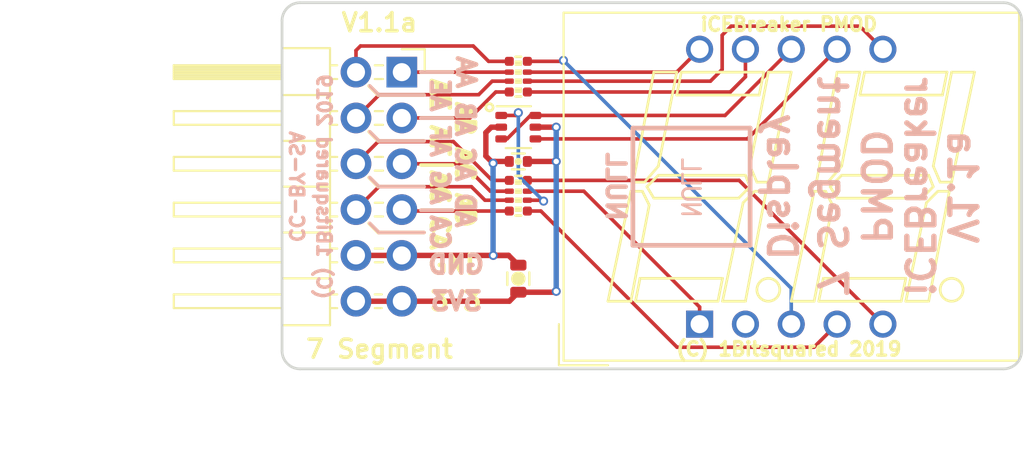
<source format=kicad_pcb>
(kicad_pcb (version 20171130) (host pcbnew 5.1.5-52549c5~86~ubuntu19.10.1)

  (general
    (thickness 1.6)
    (drawings 64)
    (tracks 94)
    (zones 0)
    (modules 8)
    (nets 21)
  )

  (page A4)
  (title_block
    (title "iCEBreaker PMOD - 7 segment display")
    (rev V1.1a)
    (company 1BitSquared)
    (comment 1 "(C) 2019 Piotr Esden-Tempski <piotr@esden.net>")
    (comment 2 "(C) 2019 1BitSquared <info@1bitsquared.com>")
    (comment 3 "License: CC-BY-SA V4.0")
  )

  (layers
    (0 F.Cu signal)
    (31 B.Cu signal)
    (32 B.Adhes user)
    (33 F.Adhes user)
    (34 B.Paste user)
    (35 F.Paste user)
    (36 B.SilkS user)
    (37 F.SilkS user)
    (38 B.Mask user)
    (39 F.Mask user)
    (40 Dwgs.User user)
    (41 Cmts.User user)
    (42 Eco1.User user)
    (43 Eco2.User user)
    (44 Edge.Cuts user)
    (45 Margin user)
    (46 B.CrtYd user)
    (47 F.CrtYd user)
    (48 B.Fab user)
    (49 F.Fab user)
  )

  (setup
    (last_trace_width 0.15)
    (user_trace_width 0.2)
    (user_trace_width 0.25)
    (user_trace_width 0.3)
    (trace_clearance 0.15)
    (zone_clearance 0.15)
    (zone_45_only no)
    (trace_min 0.15)
    (via_size 0.5)
    (via_drill 0.3)
    (via_min_size 0.5)
    (via_min_drill 0.3)
    (uvia_size 0.3)
    (uvia_drill 0.1)
    (uvias_allowed no)
    (uvia_min_size 0.2)
    (uvia_min_drill 0.1)
    (edge_width 0.15)
    (segment_width 0.2)
    (pcb_text_width 0.3)
    (pcb_text_size 1.5 1.5)
    (mod_edge_width 0.15)
    (mod_text_size 1 1)
    (mod_text_width 0.15)
    (pad_size 1.7 1.7)
    (pad_drill 1)
    (pad_to_mask_clearance 0.05)
    (solder_mask_min_width 0.05)
    (aux_axis_origin 30 50.3)
    (grid_origin 34.1 40.2)
    (visible_elements FFFFEF7F)
    (pcbplotparams
      (layerselection 0x010fc_ffffffff)
      (usegerberextensions true)
      (usegerberattributes false)
      (usegerberadvancedattributes false)
      (creategerberjobfile false)
      (excludeedgelayer true)
      (linewidth 0.300000)
      (plotframeref false)
      (viasonmask false)
      (mode 1)
      (useauxorigin false)
      (hpglpennumber 1)
      (hpglpenspeed 20)
      (hpglpendiameter 15.000000)
      (psnegative false)
      (psa4output false)
      (plotreference true)
      (plotvalue true)
      (plotinvisibletext false)
      (padsonsilk false)
      (subtractmaskfromsilk true)
      (outputformat 1)
      (mirror false)
      (drillshape 0)
      (scaleselection 1)
      (outputdirectory "gerber"))
  )

  (net 0 "")
  (net 1 GND)
  (net 2 +3V3)
  (net 3 /AEx)
  (net 4 /ADx)
  (net 5 /ACx)
  (net 6 /AGx)
  (net 7 /ABx)
  (net 8 /AAx)
  (net 9 /AFx)
  (net 10 /CATx)
  (net 11 /AC)
  (net 12 /AG)
  (net 13 /AD)
  (net 14 /CAT)
  (net 15 /AF)
  (net 16 /AB)
  (net 17 /AE)
  (net 18 /AA)
  (net 19 /CAT1)
  (net 20 /CAT2)

  (net_class Default "This is the default net class."
    (clearance 0.15)
    (trace_width 0.15)
    (via_dia 0.5)
    (via_drill 0.3)
    (uvia_dia 0.3)
    (uvia_drill 0.1)
    (add_net +3V3)
    (add_net /AA)
    (add_net /AAx)
    (add_net /AB)
    (add_net /ABx)
    (add_net /AC)
    (add_net /ACx)
    (add_net /AD)
    (add_net /ADx)
    (add_net /AE)
    (add_net /AEx)
    (add_net /AF)
    (add_net /AFx)
    (add_net /AG)
    (add_net /AGx)
    (add_net /CAT)
    (add_net /CAT1)
    (add_net /CAT2)
    (add_net /CATx)
    (add_net GND)
  )

  (module pkl_logos:null_Logo_SilkS_6.5mm (layer B.Cu) (tedit 5E7ED19E) (tstamp 5CAC507A)
    (at 52.7 40.2 90)
    (fp_text reference REF** (at 0 -4.55 90) (layer B.Fab) hide
      (effects (font (size 1 1) (thickness 0.15)) (justify mirror))
    )
    (fp_text value null_Logo_SilkS_6.5mm (at 0 4.55 90) (layer B.Fab) hide
      (effects (font (size 1 1) (thickness 0.15)) (justify mirror))
    )
    (fp_arc (start -0.4 -0.2) (end -0.7 -0.2) (angle 180) (layer B.SilkS) (width 0.15))
    (fp_line (start 1 -0.5) (end 1.5 -0.5) (layer B.SilkS) (width 0.15))
    (fp_line (start 1 0.5) (end 1 -0.5) (layer B.SilkS) (width 0.15))
    (fp_line (start 0.2 -0.5) (end 0.7 -0.5) (layer B.SilkS) (width 0.15))
    (fp_line (start 0.2 0.5) (end 0.2 -0.5) (layer B.SilkS) (width 0.15))
    (fp_line (start -0.1 -0.2) (end -0.1 0.5) (layer B.SilkS) (width 0.15))
    (fp_line (start -0.7 0.5) (end -0.7 -0.2) (layer B.SilkS) (width 0.15))
    (fp_line (start -1 -0.5) (end -1 0.5) (layer B.SilkS) (width 0.15))
    (fp_line (start -1.5 0.5) (end -1 -0.5) (layer B.SilkS) (width 0.15))
    (fp_line (start -1.5 -0.5) (end -1.5 0.5) (layer B.SilkS) (width 0.15))
    (fp_line (start 3.25 3.25) (end -3.25 3.25) (layer B.SilkS) (width 0.26))
    (fp_line (start -3.25 3.25) (end -3.25 -3.25) (layer B.SilkS) (width 0.26))
    (fp_line (start 3.25 3.25) (end 3.25 -3.25) (layer B.SilkS) (width 0.26))
    (fp_line (start -3.25 -3.25) (end 3.25 -3.25) (layer B.SilkS) (width 0.26))
  )

  (module pkl_dipol:R_Array_Convex_4x0402 (layer F.Cu) (tedit 5CD524BB) (tstamp 5CB564D6)
    (at 43.1 34.1 180)
    (descr "Thick Film Chip Resistor Array, Wave soldering, Vishay CRA06P (see cra06p.pdf)")
    (tags "resistor array")
    (path /5BC0E405)
    (solder_mask_margin 0.05)
    (attr smd)
    (fp_text reference R2 (at 0 0 90) (layer F.Fab)
      (effects (font (size 0.75 0.75) (thickness 0.15)))
    )
    (fp_text value 330E (at -1.7 0.1 90) (layer F.Fab)
      (effects (font (size 0.75 0.75) (thickness 0.15)))
    )
    (fp_poly (pts (xy -0.175 0.625) (xy 0.175 0.625) (xy 0.175 0.875) (xy -0.175 0.875)) (layer F.SilkS) (width 0.05))
    (fp_poly (pts (xy -0.175 0.125) (xy 0.175 0.125) (xy 0.175 0.375) (xy -0.175 0.375)) (layer F.SilkS) (width 0.05))
    (fp_poly (pts (xy -0.175 -0.875) (xy 0.175 -0.875) (xy 0.175 -0.625) (xy -0.175 -0.625)) (layer F.SilkS) (width 0.05))
    (fp_poly (pts (xy -0.175 -0.375) (xy 0.175 -0.375) (xy 0.175 -0.125) (xy -0.175 -0.125)) (layer F.SilkS) (width 0.05))
    (fp_line (start 0.15 -1.1) (end -0.15 -1.1) (layer F.SilkS) (width 0.15))
    (fp_line (start 0.15 1.1) (end -0.15 1.1) (layer F.SilkS) (width 0.15))
    (fp_line (start 1 -1.35) (end 1 1.35) (layer F.CrtYd) (width 0.05))
    (fp_line (start -1 -1.35) (end -1 1.35) (layer F.CrtYd) (width 0.05))
    (fp_line (start -1 1.35) (end 1 1.35) (layer F.CrtYd) (width 0.05))
    (fp_line (start -1 -1.35) (end 1 -1.35) (layer F.CrtYd) (width 0.05))
    (pad 8 smd roundrect (at 0.5 0.85 180) (size 0.5 0.5) (layers F.Cu F.Paste F.Mask) (roundrect_rratio 0.25)
      (net 17 /AE))
    (pad 6 smd roundrect (at 0.5 0.25 180) (size 0.5 0.3) (layers F.Cu F.Paste F.Mask) (roundrect_rratio 0.25)
      (net 18 /AA))
    (pad 4 smd roundrect (at 0.5 -0.25 180) (size 0.5 0.3) (layers F.Cu F.Paste F.Mask) (roundrect_rratio 0.25)
      (net 15 /AF))
    (pad 2 smd roundrect (at 0.5 -0.85 180) (size 0.5 0.5) (layers F.Cu F.Paste F.Mask) (roundrect_rratio 0.25)
      (net 16 /AB))
    (pad 7 smd roundrect (at -0.5 0.85 180) (size 0.5 0.5) (layers F.Cu F.Paste F.Mask) (roundrect_rratio 0.25)
      (net 3 /AEx))
    (pad 1 smd roundrect (at -0.5 -0.85 180) (size 0.5 0.5) (layers F.Cu F.Paste F.Mask) (roundrect_rratio 0.25)
      (net 7 /ABx))
    (pad 5 smd roundrect (at -0.5 0.25 180) (size 0.5 0.3) (layers F.Cu F.Paste F.Mask) (roundrect_rratio 0.25)
      (net 8 /AAx))
    (pad 3 smd roundrect (at -0.5 -0.25 180) (size 0.5 0.3) (layers F.Cu F.Paste F.Mask) (roundrect_rratio 0.25)
      (net 9 /AFx))
    (model ${KISYS3DMOD}/Resistor_SMD.3dshapes/R_Array_Convex_4x0402.step
      (at (xyz 0 0 0))
      (scale (xyz 1 1 1))
      (rotate (xyz 0 0 0))
    )
  )

  (module pkl_dipol:R_Array_Convex_4x0402 (layer F.Cu) (tedit 5CD524A1) (tstamp 5CAC482E)
    (at 43.1 40.7 180)
    (descr "Thick Film Chip Resistor Array, Wave soldering, Vishay CRA06P (see cra06p.pdf)")
    (tags "resistor array")
    (path /5BC0FB64)
    (solder_mask_margin 0.05)
    (attr smd)
    (fp_text reference R1 (at 0 0 90) (layer F.Fab)
      (effects (font (size 0.75 0.75) (thickness 0.15)))
    )
    (fp_text value 330E (at -1.6 0 90) (layer F.Fab)
      (effects (font (size 0.75 0.75) (thickness 0.15)))
    )
    (fp_line (start -1 -1.35) (end 1 -1.35) (layer F.CrtYd) (width 0.05))
    (fp_line (start -1 1.35) (end 1 1.35) (layer F.CrtYd) (width 0.05))
    (fp_line (start -1 -1.35) (end -1 1.35) (layer F.CrtYd) (width 0.05))
    (fp_line (start 1 -1.35) (end 1 1.35) (layer F.CrtYd) (width 0.05))
    (fp_line (start 0.15 1.1) (end -0.15 1.1) (layer F.SilkS) (width 0.15))
    (fp_line (start 0.15 -1.1) (end -0.15 -1.1) (layer F.SilkS) (width 0.15))
    (fp_poly (pts (xy -0.175 -0.375) (xy 0.175 -0.375) (xy 0.175 -0.125) (xy -0.175 -0.125)) (layer F.SilkS) (width 0.05))
    (fp_poly (pts (xy -0.175 -0.875) (xy 0.175 -0.875) (xy 0.175 -0.625) (xy -0.175 -0.625)) (layer F.SilkS) (width 0.05))
    (fp_poly (pts (xy -0.175 0.125) (xy 0.175 0.125) (xy 0.175 0.375) (xy -0.175 0.375)) (layer F.SilkS) (width 0.05))
    (fp_poly (pts (xy -0.175 0.625) (xy 0.175 0.625) (xy 0.175 0.875) (xy -0.175 0.875)) (layer F.SilkS) (width 0.05))
    (pad 3 smd roundrect (at -0.5 -0.25 180) (size 0.5 0.3) (layers F.Cu F.Paste F.Mask) (roundrect_rratio 0.25)
      (net 10 /CATx))
    (pad 5 smd roundrect (at -0.5 0.25 180) (size 0.5 0.3) (layers F.Cu F.Paste F.Mask) (roundrect_rratio 0.25)
      (net 5 /ACx))
    (pad 1 smd roundrect (at -0.5 -0.85 180) (size 0.5 0.5) (layers F.Cu F.Paste F.Mask) (roundrect_rratio 0.25)
      (net 4 /ADx))
    (pad 7 smd roundrect (at -0.5 0.85 180) (size 0.5 0.5) (layers F.Cu F.Paste F.Mask) (roundrect_rratio 0.25)
      (net 6 /AGx))
    (pad 2 smd roundrect (at 0.5 -0.85 180) (size 0.5 0.5) (layers F.Cu F.Paste F.Mask) (roundrect_rratio 0.25)
      (net 13 /AD))
    (pad 4 smd roundrect (at 0.5 -0.25 180) (size 0.5 0.3) (layers F.Cu F.Paste F.Mask) (roundrect_rratio 0.25)
      (net 14 /CAT))
    (pad 6 smd roundrect (at 0.5 0.25 180) (size 0.5 0.3) (layers F.Cu F.Paste F.Mask) (roundrect_rratio 0.25)
      (net 11 /AC))
    (pad 8 smd roundrect (at 0.5 0.85 180) (size 0.5 0.5) (layers F.Cu F.Paste F.Mask) (roundrect_rratio 0.25)
      (net 12 /AG))
    (model ${KISYS3DMOD}/Resistor_SMD.3dshapes/R_Array_Convex_4x0402.step
      (at (xyz 0 0 0))
      (scale (xyz 1 1 1))
      (rotate (xyz 0 0 0))
    )
  )

  (module Package_TO_SOT_SMD:SOT-363_SC-70-6 (layer F.Cu) (tedit 5CAC43CD) (tstamp 5CAC4EBA)
    (at 43.1 36.9)
    (descr "SOT-363, SC-70-6")
    (tags "SOT-363 SC-70-6")
    (path /5BBFC7DD)
    (attr smd)
    (fp_text reference U2 (at 0 0.1 90) (layer F.Fab)
      (effects (font (size 0.75 0.75) (thickness 0.15)))
    )
    (fp_text value NL27WZ14 (at 4.5 0 180) (layer F.Fab)
      (effects (font (size 0.75 0.75) (thickness 0.15)))
    )
    (fp_line (start 0.7 -1.16) (end -1.2 -1.16) (layer F.SilkS) (width 0.12))
    (fp_line (start -0.7 1.16) (end 0.7 1.16) (layer F.SilkS) (width 0.12))
    (fp_line (start 1.6 1.4) (end 1.6 -1.4) (layer F.CrtYd) (width 0.05))
    (fp_line (start -1.6 -1.4) (end -1.6 1.4) (layer F.CrtYd) (width 0.05))
    (fp_line (start -1.6 -1.4) (end 1.6 -1.4) (layer F.CrtYd) (width 0.05))
    (fp_line (start 0.675 -1.1) (end -0.175 -1.1) (layer F.Fab) (width 0.1))
    (fp_line (start -0.675 -0.6) (end -0.675 1.1) (layer F.Fab) (width 0.1))
    (fp_line (start -1.6 1.4) (end 1.6 1.4) (layer F.CrtYd) (width 0.05))
    (fp_line (start 0.675 -1.1) (end 0.675 1.1) (layer F.Fab) (width 0.1))
    (fp_line (start 0.675 1.1) (end -0.675 1.1) (layer F.Fab) (width 0.1))
    (fp_line (start -0.175 -1.1) (end -0.675 -0.6) (layer F.Fab) (width 0.1))
    (pad 1 smd roundrect (at -0.95 -0.65) (size 0.65 0.4) (layers F.Cu F.Paste F.Mask) (roundrect_rratio 0.25)
      (net 10 /CATx))
    (pad 3 smd roundrect (at -0.95 0.65) (size 0.65 0.4) (layers F.Cu F.Paste F.Mask) (roundrect_rratio 0.25)
      (net 19 /CAT1))
    (pad 5 smd roundrect (at 0.95 0) (size 0.65 0.4) (layers F.Cu F.Paste F.Mask) (roundrect_rratio 0.25)
      (net 2 +3V3))
    (pad 2 smd roundrect (at -0.95 0) (size 0.65 0.4) (layers F.Cu F.Paste F.Mask) (roundrect_rratio 0.25)
      (net 1 GND))
    (pad 4 smd roundrect (at 0.95 0.65) (size 0.65 0.4) (layers F.Cu F.Paste F.Mask) (roundrect_rratio 0.25)
      (net 20 /CAT2))
    (pad 6 smd roundrect (at 0.95 -0.65) (size 0.65 0.4) (layers F.Cu F.Paste F.Mask) (roundrect_rratio 0.25)
      (net 19 /CAT1))
    (model ${KISYS3DMOD}/Package_TO_SOT_SMD.3dshapes/SOT-363_SC-70-6.wrl
      (at (xyz 0 0 0))
      (scale (xyz 1 1 1))
      (rotate (xyz 0 0 0))
    )
  )

  (module pkl_led:SN450561N (layer F.Cu) (tedit 5CABE4AF) (tstamp 5CAC4F9F)
    (at 53.15 47.82 90)
    (tags "Double digit seven segment LED display")
    (path /5CAC1641)
    (fp_text reference U1 (at 7.62 4.95 180) (layer F.Fab)
      (effects (font (size 2 2) (thickness 0.5)))
    )
    (fp_text value SN450561N (at 5.52 5.05 180) (layer F.Fab)
      (effects (font (size 1 1) (thickness 0.15)))
    )
    (fp_line (start 1.27 11.176) (end 1.27 6.604) (layer F.SilkS) (width 0.15))
    (fp_line (start 7.874 6.477) (end 13.97 7.62) (layer F.SilkS) (width 0.15))
    (fp_line (start 13.97 15.24) (end 7.874 13.97) (layer F.SilkS) (width 0.15))
    (fp_line (start 13.97 7.62) (end 13.97 8.89) (layer F.SilkS) (width 0.15))
    (fp_line (start 2.54 11.43) (end 1.27 11.176) (layer F.SilkS) (width 0.15))
    (fp_line (start 8.763 12.954) (end 13.97 13.97) (layer F.SilkS) (width 0.15))
    (fp_line (start 7.874 13.97) (end 7.874 13.335) (layer F.SilkS) (width 0.15))
    (fp_line (start 12.7 13.462) (end 12.7 8.89) (layer F.SilkS) (width 0.15))
    (fp_line (start 7.62 12.954) (end 8.255 12.7) (layer F.SilkS) (width 0.15))
    (fp_line (start 1.27 6.604) (end 2.54 6.858) (layer F.SilkS) (width 0.15))
    (fp_line (start 6.985 7.62) (end 7.62 7.239) (layer F.SilkS) (width 0.15))
    (fp_line (start 13.97 8.89) (end 8.763 7.874) (layer F.SilkS) (width 0.15))
    (fp_line (start 7.366 13.208) (end 6.731 12.573) (layer F.SilkS) (width 0.15))
    (fp_line (start 7.366 6.985) (end 6.604 7.366) (layer F.SilkS) (width 0.15))
    (fp_line (start 7.366 6.35) (end 7.366 6.985) (layer F.SilkS) (width 0.15))
    (fp_line (start 1.27 11.43) (end 6.731 12.573) (layer F.SilkS) (width 0.15))
    (fp_line (start 7.62 12.954) (end 6.985 12.319) (layer F.SilkS) (width 0.15))
    (fp_line (start 7.874 7.112) (end 8.763 7.874) (layer F.SilkS) (width 0.15))
    (fp_line (start 2.54 6.858) (end 2.54 11.43) (layer F.SilkS) (width 0.15))
    (fp_line (start 7.874 13.335) (end 8.763 12.954) (layer F.SilkS) (width 0.15))
    (fp_line (start 13.97 9.144) (end 13.97 13.716) (layer F.SilkS) (width 0.15))
    (fp_line (start 7.874 6.477) (end 7.874 7.112) (layer F.SilkS) (width 0.15))
    (fp_line (start 13.97 13.97) (end 13.97 15.24) (layer F.SilkS) (width 0.15))
    (fp_line (start 12.7 8.89) (end 13.97 9.144) (layer F.SilkS) (width 0.15))
    (fp_line (start 7.366 13.843) (end 7.366 13.208) (layer F.SilkS) (width 0.15))
    (fp_line (start 7.62 7.239) (end 8.255 7.874) (layer F.SilkS) (width 0.15))
    (fp_line (start 6.604 7.366) (end 1.27 6.35) (layer F.SilkS) (width 0.15))
    (fp_line (start 1.27 6.35) (end 1.27 5.08) (layer F.SilkS) (width 0.15))
    (fp_line (start 13.97 13.716) (end 12.7 13.462) (layer F.SilkS) (width 0.15))
    (fp_line (start 6.985 12.319) (end 6.985 7.62) (layer F.SilkS) (width 0.15))
    (fp_line (start 1.27 5.08) (end 7.366 6.35) (layer F.SilkS) (width 0.15))
    (fp_line (start 7.366 13.843) (end 1.27 12.7) (layer F.SilkS) (width 0.15))
    (fp_line (start 1.27 12.7) (end 1.27 11.43) (layer F.SilkS) (width 0.15))
    (fp_line (start 8.255 7.874) (end 8.255 12.7) (layer F.SilkS) (width 0.15))
    (fp_circle (center 1.905 13.97) (end 2.54 13.97) (layer F.SilkS) (width 0.15))
    (fp_circle (center 1.905 3.81) (end 2.54 3.81) (layer F.SilkS) (width 0.15))
    (fp_line (start 7.62 2.794) (end 8.255 2.54) (layer F.SilkS) (width 0.15))
    (fp_line (start 7.366 3.048) (end 6.731 2.413) (layer F.SilkS) (width 0.15))
    (fp_line (start 7.366 3.683) (end 7.366 3.048) (layer F.SilkS) (width 0.15))
    (fp_line (start 7.874 3.175) (end 8.763 2.794) (layer F.SilkS) (width 0.15))
    (fp_line (start 7.874 3.81) (end 7.874 3.175) (layer F.SilkS) (width 0.15))
    (fp_line (start 6.985 -2.54) (end 7.62 -2.921) (layer F.SilkS) (width 0.15))
    (fp_line (start 7.366 -3.175) (end 6.604 -2.794) (layer F.SilkS) (width 0.15))
    (fp_line (start 7.366 -3.81) (end 7.366 -3.175) (layer F.SilkS) (width 0.15))
    (fp_line (start 7.874 -3.048) (end 8.763 -2.286) (layer F.SilkS) (width 0.15))
    (fp_line (start 7.874 -3.683) (end 7.874 -3.048) (layer F.SilkS) (width 0.15))
    (fp_line (start 6.985 2.159) (end 6.985 -2.54) (layer F.SilkS) (width 0.15))
    (fp_line (start 7.62 2.794) (end 6.985 2.159) (layer F.SilkS) (width 0.15))
    (fp_line (start 8.255 -2.286) (end 8.255 2.54) (layer F.SilkS) (width 0.15))
    (fp_line (start 7.62 -2.921) (end 8.255 -2.286) (layer F.SilkS) (width 0.15))
    (fp_line (start 12.7 3.302) (end 12.7 -1.27) (layer F.SilkS) (width 0.15))
    (fp_line (start 13.97 3.556) (end 12.7 3.302) (layer F.SilkS) (width 0.15))
    (fp_line (start 13.97 -1.016) (end 13.97 3.556) (layer F.SilkS) (width 0.15))
    (fp_line (start 12.7 -1.27) (end 13.97 -1.016) (layer F.SilkS) (width 0.15))
    (fp_line (start 1.27 1.016) (end 1.27 -3.556) (layer F.SilkS) (width 0.15))
    (fp_line (start 2.54 1.27) (end 1.27 1.016) (layer F.SilkS) (width 0.15))
    (fp_line (start 2.54 -3.302) (end 2.54 1.27) (layer F.SilkS) (width 0.15))
    (fp_line (start 1.27 -3.556) (end 2.54 -3.302) (layer F.SilkS) (width 0.15))
    (fp_line (start 13.97 3.81) (end 13.97 5.08) (layer F.SilkS) (width 0.15))
    (fp_line (start 8.763 2.794) (end 13.97 3.81) (layer F.SilkS) (width 0.15))
    (fp_line (start 1.27 1.27) (end 6.731 2.413) (layer F.SilkS) (width 0.15))
    (fp_line (start 1.27 2.54) (end 1.27 1.27) (layer F.SilkS) (width 0.15))
    (fp_line (start 7.366 3.683) (end 1.27 2.54) (layer F.SilkS) (width 0.15))
    (fp_line (start 13.97 5.08) (end 7.874 3.81) (layer F.SilkS) (width 0.15))
    (fp_line (start 1.27 -3.81) (end 1.27 -5.08) (layer F.SilkS) (width 0.15))
    (fp_line (start 6.604 -2.794) (end 1.27 -3.81) (layer F.SilkS) (width 0.15))
    (fp_line (start 13.97 -1.27) (end 8.763 -2.286) (layer F.SilkS) (width 0.15))
    (fp_line (start 13.97 -2.54) (end 13.97 -1.27) (layer F.SilkS) (width 0.15))
    (fp_line (start 7.874 -3.683) (end 13.97 -2.54) (layer F.SilkS) (width 0.15))
    (fp_line (start 1.27 -5.08) (end 7.366 -3.81) (layer F.SilkS) (width 0.15))
    (fp_line (start -1.905 17.58) (end -1.905 -6.42) (layer F.Fab) (width 0.1))
    (fp_line (start 17.145 17.58) (end -1.905 17.58) (layer F.Fab) (width 0.1))
    (fp_line (start 17.145 -7.42) (end 17.145 17.58) (layer F.Fab) (width 0.1))
    (fp_line (start -0.905 -7.42) (end 17.145 -7.42) (layer F.Fab) (width 0.1))
    (fp_line (start -2.025 17.71) (end -2.025 -7.54) (layer F.SilkS) (width 0.12))
    (fp_line (start 17.265 17.71) (end -2.025 17.71) (layer F.SilkS) (width 0.12))
    (fp_line (start 17.265 -7.54) (end 17.265 17.71) (layer F.SilkS) (width 0.12))
    (fp_line (start -2.025 -7.54) (end 17.265 -7.54) (layer F.SilkS) (width 0.12))
    (fp_line (start -1.905 -6.42) (end -0.905 -7.42) (layer F.Fab) (width 0.1))
    (fp_line (start -2.16 17.84) (end -2.16 -7.67) (layer F.CrtYd) (width 0.05))
    (fp_line (start 17.39 17.84) (end -2.16 17.84) (layer F.CrtYd) (width 0.05))
    (fp_line (start 17.39 -7.67) (end 17.39 17.84) (layer F.CrtYd) (width 0.05))
    (fp_line (start -2.16 -7.67) (end 17.39 -7.67) (layer F.CrtYd) (width 0.05))
    (fp_line (start -2.28 -7.79) (end -2.28 -5.08) (layer F.SilkS) (width 0.12))
    (fp_line (start -2.28 -7.8) (end 0 -7.8) (layer F.SilkS) (width 0.12))
    (pad 10 thru_hole circle (at 15.24 0 90) (size 1.5 1.5) (drill 1) (layers *.Cu *.Mask)
      (net 8 /AAx))
    (pad 9 thru_hole circle (at 15.24 2.54 90) (size 1.5 1.5) (drill 1) (layers *.Cu *.Mask)
      (net 7 /ABx))
    (pad 8 thru_hole circle (at 15.24 5.08 90) (size 1.5 1.5) (drill 1) (layers *.Cu *.Mask)
      (net 19 /CAT1))
    (pad 7 thru_hole circle (at 15.24 7.62 90) (size 1.5 1.5) (drill 1) (layers *.Cu *.Mask)
      (net 20 /CAT2))
    (pad 6 thru_hole circle (at 15.24 10.16 90) (size 1.5 1.5) (drill 1) (layers *.Cu *.Mask)
      (net 9 /AFx))
    (pad 5 thru_hole circle (at 0 10.16 90) (size 1.5 1.5) (drill 1) (layers *.Cu *.Mask)
      (net 6 /AGx))
    (pad 4 thru_hole circle (at 0 7.62 90) (size 1.5 1.5) (drill 1) (layers *.Cu *.Mask)
      (net 4 /ADx))
    (pad 3 thru_hole circle (at 0 5.08 90) (size 1.5 1.5) (drill 1) (layers *.Cu *.Mask)
      (net 3 /AEx))
    (pad 2 thru_hole circle (at 0 2.54 90) (size 1.5 1.5) (drill 1) (layers *.Cu *.Mask))
    (pad 1 thru_hole rect (at 0 0 90) (size 1.5 1.5) (drill 1) (layers *.Cu *.Mask)
      (net 5 /ACx))
    (model ${KISYS3DMOD}/Display_7Segment.3dshapes/DA56-11SEKWA.wrl
      (at (xyz 0 0 0))
      (scale (xyz 1 1 1))
      (rotate (xyz 0 0 0))
    )
  )

  (module pkl_dipol:C_0402 (layer F.Cu) (tedit 5B8B5916) (tstamp 5BCA895C)
    (at 43.1 38.8 180)
    (descr "Capacitor SMD 0402, reflow soldering")
    (tags "capacitor 0402")
    (path /5BC206C0)
    (attr smd)
    (fp_text reference C2 (at 0 0 180) (layer F.Fab)
      (effects (font (size 0.635 0.635) (thickness 0.1)))
    )
    (fp_text value 100n (at 2.4 0.1 180) (layer F.Fab)
      (effects (font (size 0.635 0.635) (thickness 0.1)))
    )
    (fp_circle (center 0 0) (end 0.1 0) (layer F.SilkS) (width 0.2))
    (fp_line (start -0.95 -0.5) (end 0.95 -0.5) (layer F.CrtYd) (width 0.05))
    (fp_line (start -0.95 0.5) (end 0.95 0.5) (layer F.CrtYd) (width 0.05))
    (fp_line (start -0.95 -0.5) (end -0.95 0.5) (layer F.CrtYd) (width 0.05))
    (fp_line (start 0.95 -0.5) (end 0.95 0.5) (layer F.CrtYd) (width 0.05))
    (fp_line (start -0.35 -0.44) (end 0.35 -0.44) (layer F.SilkS) (width 0.13))
    (fp_line (start 0.35 0.44) (end -0.35 0.44) (layer F.SilkS) (width 0.13))
    (pad 1 smd roundrect (at -0.5 0 180) (size 0.5 0.6) (layers F.Cu F.Paste F.Mask) (roundrect_rratio 0.25)
      (net 2 +3V3))
    (pad 2 smd roundrect (at 0.5 0 180) (size 0.5 0.6) (layers F.Cu F.Paste F.Mask) (roundrect_rratio 0.25)
      (net 1 GND))
    (model ${KISYS3DMOD}/Capacitor_SMD.3dshapes/C_0402_1005Metric.step
      (at (xyz 0 0 0))
      (scale (xyz 1 1 1))
      (rotate (xyz 0 0 0))
    )
  )

  (module pkl_dipol:C_0603 (layer F.Cu) (tedit 5B8B5957) (tstamp 5BCA718C)
    (at 43.1 45.3 90)
    (descr "Capacitor SMD 0603, reflow soldering")
    (tags "capacitor 0603")
    (path /5ADF32E3)
    (attr smd)
    (fp_text reference C1 (at 0 0 90) (layer F.Fab)
      (effects (font (size 0.635 0.635) (thickness 0.1)))
    )
    (fp_text value 10u (at 0 1.2 90) (layer F.Fab)
      (effects (font (size 0.635 0.635) (thickness 0.1)))
    )
    (fp_circle (center 0 0) (end 0.2 0) (layer F.SilkS) (width 0.4))
    (fp_line (start -1.175 -0.725) (end 1.175 -0.725) (layer F.CrtYd) (width 0.05))
    (fp_line (start -1.175 0.725) (end 1.175 0.725) (layer F.CrtYd) (width 0.05))
    (fp_line (start -1.175 -0.725) (end -1.175 0.725) (layer F.CrtYd) (width 0.05))
    (fp_line (start 1.175 -0.725) (end 1.175 0.725) (layer F.CrtYd) (width 0.05))
    (fp_line (start -0.35 -0.61) (end 0.35 -0.61) (layer F.SilkS) (width 0.13))
    (fp_line (start 0.35 0.61) (end -0.35 0.61) (layer F.SilkS) (width 0.13))
    (pad 1 smd roundrect (at -0.75 0 90) (size 0.6 0.9) (layers F.Cu F.Paste F.Mask) (roundrect_rratio 0.25)
      (net 2 +3V3))
    (pad 2 smd roundrect (at 0.75 0 90) (size 0.6 0.9) (layers F.Cu F.Paste F.Mask) (roundrect_rratio 0.25)
      (net 1 GND))
    (model ${KISYS3DMOD}/Capacitor_SMD.3dshapes/C_0603_1608Metric.step
      (at (xyz 0 0 0))
      (scale (xyz 1 1 1))
      (rotate (xyz 0 0 0))
    )
  )

  (module pkl_connectors:PMODHeader_2x06_P2.54mm_Horizontal (layer F.Cu) (tedit 5AECF65A) (tstamp 5AEDD631)
    (at 36.64 46.55 180)
    (descr "Through hole angled pin header, 2x06, 2.54mm pitch, 6mm pin length, double rows")
    (tags "Through hole angled pin header THT 2x06 2.54mm double row")
    (path /5ADECDD2)
    (fp_text reference J1 (at 5.14 2.05 270) (layer F.Fab)
      (effects (font (size 1 1) (thickness 0.15)))
    )
    (fp_text value PMOD (at 5.14 6.35 270) (layer F.Fab)
      (effects (font (size 1 1) (thickness 0.15)))
    )
    (fp_line (start 4.064 -1.27) (end 6.58 -1.27) (layer F.Fab) (width 0.1))
    (fp_line (start 6.58 -1.27) (end 6.58 13.97) (layer F.Fab) (width 0.1))
    (fp_line (start 6.58 13.97) (end 4.699 13.97) (layer F.Fab) (width 0.1))
    (fp_line (start 4.064 13.335) (end 4.064 -1.27) (layer F.Fab) (width 0.1))
    (fp_line (start 4.04 13.335) (end 4.675 13.97) (layer F.Fab) (width 0.1))
    (fp_line (start -0.32 -0.32) (end 4.04 -0.32) (layer F.Fab) (width 0.1))
    (fp_line (start -0.32 -0.32) (end -0.32 0.32) (layer F.Fab) (width 0.1))
    (fp_line (start -0.32 0.32) (end 4.04 0.32) (layer F.Fab) (width 0.1))
    (fp_line (start 6.58 -0.32) (end 12.58 -0.32) (layer F.Fab) (width 0.1))
    (fp_line (start 12.58 -0.32) (end 12.58 0.32) (layer F.Fab) (width 0.1))
    (fp_line (start 6.58 0.32) (end 12.58 0.32) (layer F.Fab) (width 0.1))
    (fp_line (start -0.32 2.22) (end 4.04 2.22) (layer F.Fab) (width 0.1))
    (fp_line (start -0.32 2.22) (end -0.32 2.86) (layer F.Fab) (width 0.1))
    (fp_line (start -0.32 2.86) (end 4.04 2.86) (layer F.Fab) (width 0.1))
    (fp_line (start 6.58 2.22) (end 12.58 2.22) (layer F.Fab) (width 0.1))
    (fp_line (start 12.58 2.22) (end 12.58 2.86) (layer F.Fab) (width 0.1))
    (fp_line (start 6.58 2.86) (end 12.58 2.86) (layer F.Fab) (width 0.1))
    (fp_line (start -0.32 4.76) (end 4.04 4.76) (layer F.Fab) (width 0.1))
    (fp_line (start -0.32 4.76) (end -0.32 5.4) (layer F.Fab) (width 0.1))
    (fp_line (start -0.32 5.4) (end 4.04 5.4) (layer F.Fab) (width 0.1))
    (fp_line (start 6.58 4.76) (end 12.58 4.76) (layer F.Fab) (width 0.1))
    (fp_line (start 12.58 4.76) (end 12.58 5.4) (layer F.Fab) (width 0.1))
    (fp_line (start 6.58 5.4) (end 12.58 5.4) (layer F.Fab) (width 0.1))
    (fp_line (start -0.32 7.3) (end 4.04 7.3) (layer F.Fab) (width 0.1))
    (fp_line (start -0.32 7.3) (end -0.32 7.94) (layer F.Fab) (width 0.1))
    (fp_line (start -0.32 7.94) (end 4.04 7.94) (layer F.Fab) (width 0.1))
    (fp_line (start 6.58 7.3) (end 12.58 7.3) (layer F.Fab) (width 0.1))
    (fp_line (start 12.58 7.3) (end 12.58 7.94) (layer F.Fab) (width 0.1))
    (fp_line (start 6.58 7.94) (end 12.58 7.94) (layer F.Fab) (width 0.1))
    (fp_line (start -0.32 9.84) (end 4.04 9.84) (layer F.Fab) (width 0.1))
    (fp_line (start -0.32 9.84) (end -0.32 10.48) (layer F.Fab) (width 0.1))
    (fp_line (start -0.32 10.48) (end 4.04 10.48) (layer F.Fab) (width 0.1))
    (fp_line (start 6.58 9.84) (end 12.58 9.84) (layer F.Fab) (width 0.1))
    (fp_line (start 12.58 9.84) (end 12.58 10.48) (layer F.Fab) (width 0.1))
    (fp_line (start 6.58 10.48) (end 12.58 10.48) (layer F.Fab) (width 0.1))
    (fp_line (start -0.32 12.38) (end 4.04 12.38) (layer F.Fab) (width 0.1))
    (fp_line (start -0.32 12.38) (end -0.32 13.02) (layer F.Fab) (width 0.1))
    (fp_line (start -0.32 13.02) (end 4.04 13.02) (layer F.Fab) (width 0.1))
    (fp_line (start 6.58 12.38) (end 12.58 12.38) (layer F.Fab) (width 0.1))
    (fp_line (start 12.58 12.38) (end 12.58 13.02) (layer F.Fab) (width 0.1))
    (fp_line (start 6.58 13.02) (end 12.58 13.02) (layer F.Fab) (width 0.1))
    (fp_line (start 3.98 -1.33) (end 3.98 14.03) (layer F.SilkS) (width 0.12))
    (fp_line (start 3.98 14.03) (end 6.64 14.03) (layer F.SilkS) (width 0.12))
    (fp_line (start 6.64 14.03) (end 6.64 -1.33) (layer F.SilkS) (width 0.12))
    (fp_line (start 6.64 -1.33) (end 3.98 -1.33) (layer F.SilkS) (width 0.12))
    (fp_line (start 6.64 -0.38) (end 12.64 -0.38) (layer F.SilkS) (width 0.12))
    (fp_line (start 12.64 -0.38) (end 12.64 0.38) (layer F.SilkS) (width 0.12))
    (fp_line (start 12.64 0.38) (end 6.64 0.38) (layer F.SilkS) (width 0.12))
    (fp_line (start 6.64 12.38) (end 12.64 12.38) (layer F.SilkS) (width 0.12))
    (fp_line (start 6.64 12.5) (end 12.64 12.5) (layer F.SilkS) (width 0.12))
    (fp_line (start 6.64 12.62) (end 12.64 12.62) (layer F.SilkS) (width 0.12))
    (fp_line (start 6.64 12.74) (end 12.64 12.74) (layer F.SilkS) (width 0.12))
    (fp_line (start 6.64 12.86) (end 12.64 12.86) (layer F.SilkS) (width 0.12))
    (fp_line (start 6.64 12.98) (end 12.64 12.98) (layer F.SilkS) (width 0.12))
    (fp_line (start 3.582929 -0.38) (end 3.98 -0.38) (layer F.SilkS) (width 0.12))
    (fp_line (start 3.582929 0.38) (end 3.98 0.38) (layer F.SilkS) (width 0.12))
    (fp_line (start 1.11 -0.38) (end 1.497071 -0.38) (layer F.SilkS) (width 0.12))
    (fp_line (start 1.11 0.38) (end 1.497071 0.38) (layer F.SilkS) (width 0.12))
    (fp_line (start 3.98 1.27) (end 6.64 1.27) (layer F.SilkS) (width 0.12))
    (fp_line (start 6.64 2.16) (end 12.64 2.16) (layer F.SilkS) (width 0.12))
    (fp_line (start 12.64 2.16) (end 12.64 2.92) (layer F.SilkS) (width 0.12))
    (fp_line (start 12.64 2.92) (end 6.64 2.92) (layer F.SilkS) (width 0.12))
    (fp_line (start 3.582929 2.16) (end 3.98 2.16) (layer F.SilkS) (width 0.12))
    (fp_line (start 3.582929 2.92) (end 3.98 2.92) (layer F.SilkS) (width 0.12))
    (fp_line (start 1.042929 2.16) (end 1.497071 2.16) (layer F.SilkS) (width 0.12))
    (fp_line (start 1.042929 2.92) (end 1.497071 2.92) (layer F.SilkS) (width 0.12))
    (fp_line (start 3.98 3.81) (end 6.64 3.81) (layer F.SilkS) (width 0.12))
    (fp_line (start 6.64 4.7) (end 12.64 4.7) (layer F.SilkS) (width 0.12))
    (fp_line (start 12.64 4.7) (end 12.64 5.46) (layer F.SilkS) (width 0.12))
    (fp_line (start 12.64 5.46) (end 6.64 5.46) (layer F.SilkS) (width 0.12))
    (fp_line (start 3.582929 4.7) (end 3.98 4.7) (layer F.SilkS) (width 0.12))
    (fp_line (start 3.582929 5.46) (end 3.98 5.46) (layer F.SilkS) (width 0.12))
    (fp_line (start 1.042929 4.7) (end 1.497071 4.7) (layer F.SilkS) (width 0.12))
    (fp_line (start 1.042929 5.46) (end 1.497071 5.46) (layer F.SilkS) (width 0.12))
    (fp_line (start 3.98 6.35) (end 6.64 6.35) (layer F.SilkS) (width 0.12))
    (fp_line (start 6.64 7.24) (end 12.64 7.24) (layer F.SilkS) (width 0.12))
    (fp_line (start 12.64 7.24) (end 12.64 8) (layer F.SilkS) (width 0.12))
    (fp_line (start 12.64 8) (end 6.64 8) (layer F.SilkS) (width 0.12))
    (fp_line (start 3.582929 7.24) (end 3.98 7.24) (layer F.SilkS) (width 0.12))
    (fp_line (start 3.582929 8) (end 3.98 8) (layer F.SilkS) (width 0.12))
    (fp_line (start 1.042929 7.24) (end 1.497071 7.24) (layer F.SilkS) (width 0.12))
    (fp_line (start 1.042929 8) (end 1.497071 8) (layer F.SilkS) (width 0.12))
    (fp_line (start 3.98 8.89) (end 6.64 8.89) (layer F.SilkS) (width 0.12))
    (fp_line (start 6.64 9.78) (end 12.64 9.78) (layer F.SilkS) (width 0.12))
    (fp_line (start 12.64 9.78) (end 12.64 10.54) (layer F.SilkS) (width 0.12))
    (fp_line (start 12.64 10.54) (end 6.64 10.54) (layer F.SilkS) (width 0.12))
    (fp_line (start 3.582929 9.78) (end 3.98 9.78) (layer F.SilkS) (width 0.12))
    (fp_line (start 3.582929 10.54) (end 3.98 10.54) (layer F.SilkS) (width 0.12))
    (fp_line (start 1.042929 9.78) (end 1.497071 9.78) (layer F.SilkS) (width 0.12))
    (fp_line (start 1.042929 10.54) (end 1.497071 10.54) (layer F.SilkS) (width 0.12))
    (fp_line (start 3.98 11.43) (end 6.64 11.43) (layer F.SilkS) (width 0.12))
    (fp_line (start 6.64 12.32) (end 12.64 12.32) (layer F.SilkS) (width 0.12))
    (fp_line (start 12.64 12.32) (end 12.64 13.08) (layer F.SilkS) (width 0.12))
    (fp_line (start 12.64 13.08) (end 6.64 13.08) (layer F.SilkS) (width 0.12))
    (fp_line (start 3.582929 12.32) (end 3.98 12.32) (layer F.SilkS) (width 0.12))
    (fp_line (start 3.582929 13.08) (end 3.98 13.08) (layer F.SilkS) (width 0.12))
    (fp_line (start 1.042929 12.32) (end 1.497071 12.32) (layer F.SilkS) (width 0.12))
    (fp_line (start 1.042929 13.08) (end 1.497071 13.08) (layer F.SilkS) (width 0.12))
    (fp_line (start 0 13.97) (end -1.27 13.97) (layer F.SilkS) (width 0.12))
    (fp_line (start -1.27 13.97) (end -1.27 12.7) (layer F.SilkS) (width 0.12))
    (fp_line (start -1.8 -1.8) (end -1.8 14.5) (layer F.CrtYd) (width 0.05))
    (fp_line (start -1.8 14.5) (end 13.1 14.5) (layer F.CrtYd) (width 0.05))
    (fp_line (start 13.1 14.5) (end 13.1 -1.8) (layer F.CrtYd) (width 0.05))
    (fp_line (start 13.1 -1.8) (end -1.8 -1.8) (layer F.CrtYd) (width 0.05))
    (pad 6 thru_hole circle (at 0 0 180) (size 1.7 1.7) (drill 1) (layers *.Cu *.Mask)
      (net 2 +3V3))
    (pad 12 thru_hole oval (at 2.54 0 180) (size 1.7 1.7) (drill 1) (layers *.Cu *.Mask)
      (net 2 +3V3))
    (pad 5 thru_hole oval (at 0 2.54 180) (size 1.7 1.7) (drill 1) (layers *.Cu *.Mask)
      (net 1 GND))
    (pad 11 thru_hole oval (at 2.54 2.54 180) (size 1.7 1.7) (drill 1) (layers *.Cu *.Mask)
      (net 1 GND))
    (pad 4 thru_hole oval (at 0 5.08 180) (size 1.7 1.7) (drill 1) (layers *.Cu *.Mask)
      (net 13 /AD))
    (pad 10 thru_hole oval (at 2.54 5.08 180) (size 1.7 1.7) (drill 1) (layers *.Cu *.Mask)
      (net 14 /CAT))
    (pad 3 thru_hole oval (at 0 7.62 180) (size 1.7 1.7) (drill 1) (layers *.Cu *.Mask)
      (net 11 /AC))
    (pad 9 thru_hole oval (at 2.54 7.62 180) (size 1.7 1.7) (drill 1) (layers *.Cu *.Mask)
      (net 12 /AG))
    (pad 2 thru_hole oval (at 0 10.16 180) (size 1.7 1.7) (drill 1) (layers *.Cu *.Mask)
      (net 16 /AB))
    (pad 8 thru_hole oval (at 2.54 10.16 180) (size 1.7 1.7) (drill 1) (layers *.Cu *.Mask)
      (net 15 /AF))
    (pad 1 thru_hole rect (at 0 12.7 180) (size 1.7 1.7) (drill 1) (layers *.Cu *.Mask)
      (net 18 /AA))
    (pad 7 thru_hole circle (at 2.54 12.7 180) (size 1.7 1.7) (drill 1) (layers *.Cu *.Mask)
      (net 17 /AE))
    (model ${KISYS3DMOD}/Connector_PinHeader_2.54mm.3dshapes/PinHeader_2x06_P2.54mm_Horizontal.step
      (at (xyz 0 0 0))
      (scale (xyz 1 1 1))
      (rotate (xyz 0 0 0))
    )
  )

  (gr_text NULL (at 48.5 40.2 270) (layer B.SilkS) (tstamp 5CAC4F23)
    (effects (font (size 1 1) (thickness 0.25)) (justify mirror))
  )
  (gr_circle (center 41.5 35.8) (end 41.7 35.8) (layer F.SilkS) (width 0.15))
  (gr_text CC-BY-SA (at 30.798 40.2 270) (layer B.SilkS) (tstamp 5BCAC232)
    (effects (font (size 0.75 0.75) (thickness 0.1875)) (justify mirror))
  )
  (gr_text "(C) 1Bitsquared 2019" (at 32.322 40.2 270) (layer B.SilkS) (tstamp 5BCAC191)
    (effects (font (size 0.75 0.75) (thickness 0.1875)) (justify mirror))
  )
  (gr_line (start 34.862 42.232) (end 35.37 42.74) (layer B.SilkS) (width 0.2) (tstamp 5BCAB0A7))
  (gr_line (start 35.37 42.74) (end 37.874 42.74) (layer B.SilkS) (width 0.2) (tstamp 5BCAB0A6))
  (gr_line (start 34.862 39.692) (end 35.37 40.2) (layer B.SilkS) (width 0.2) (tstamp 5BCAB0A5))
  (gr_line (start 35.37 40.2) (end 37.874 40.2) (layer B.SilkS) (width 0.2) (tstamp 5BCAB0A4))
  (gr_line (start 34.862 37.152) (end 35.37 37.66) (layer B.SilkS) (width 0.2) (tstamp 5BCAB0A3))
  (gr_line (start 35.37 37.66) (end 37.874 37.66) (layer B.SilkS) (width 0.2) (tstamp 5BCAB0A2))
  (gr_line (start 34.862 34.612) (end 35.37 35.12) (layer B.SilkS) (width 0.2) (tstamp 5BCAB0A1))
  (gr_line (start 35.37 35.12) (end 37.874 35.12) (layer B.SilkS) (width 0.2) (tstamp 5BCAB0A0))
  (gr_text AA (at 40.2 33.85 270) (layer B.SilkS) (tstamp 5BCAAC44)
    (effects (font (size 1 1) (thickness 0.25)) (justify mirror))
  )
  (gr_text AE (at 38.75 35.12 270) (layer B.SilkS) (tstamp 5BCAABA8)
    (effects (font (size 1 1) (thickness 0.25)) (justify mirror))
  )
  (gr_text AB (at 40.15 36.45 270) (layer B.SilkS) (tstamp 5BCAAB0B)
    (effects (font (size 1 1) (thickness 0.25)) (justify mirror))
  )
  (gr_text AF (at 38.75 37.66 270) (layer B.SilkS) (tstamp 5BCAAA6F)
    (effects (font (size 1 1) (thickness 0.25)) (justify mirror))
  )
  (gr_text AC (at 40.15 38.95 270) (layer B.SilkS) (tstamp 5BCAA9D3)
    (effects (font (size 1 1) (thickness 0.25)) (justify mirror))
  )
  (gr_text AG (at 38.75 40.24 270) (layer B.SilkS) (tstamp 5BCAA937)
    (effects (font (size 1 1) (thickness 0.25)) (justify mirror))
  )
  (gr_text AD (at 40.15 41.5 270) (layer B.SilkS) (tstamp 5BCAA89B)
    (effects (font (size 1 1) (thickness 0.25)) (justify mirror))
  )
  (gr_text 3V3 (at 39.652 46.55) (layer B.SilkS) (tstamp 5BCAA7FF)
    (effects (font (size 1 1) (thickness 0.25)) (justify mirror))
  )
  (gr_text GND (at 39.652 44.518) (layer B.SilkS) (tstamp 5BCAA763)
    (effects (font (size 1 1) (thickness 0.25)) (justify mirror))
  )
  (gr_text CA (at 38.75 42.74 270) (layer B.SilkS) (tstamp 5BCAA6C7)
    (effects (font (size 1 1) (thickness 0.25)) (justify mirror))
  )
  (gr_text Display (at 57.7 40.2 270) (layer B.SilkS) (tstamp 5CAC50AC)
    (effects (font (size 1.5 1.5) (thickness 0.3)) (justify mirror))
  )
  (gr_text 3V3 (at 39.652 46.55) (layer F.SilkS) (tstamp 5BCA6D48)
    (effects (font (size 1 1) (thickness 0.25)))
  )
  (gr_text GND (at 39.652 44.518) (layer F.SilkS) (tstamp 5BCA6D40)
    (effects (font (size 1 1) (thickness 0.25)))
  )
  (gr_line (start 34.826 42.232) (end 35.334 42.74) (layer F.SilkS) (width 0.2) (tstamp 5BCA6D39))
  (gr_line (start 35.334 42.74) (end 37.874 42.74) (layer F.SilkS) (width 0.2) (tstamp 5BCA6D38))
  (gr_text "(C) 1Bitsquared 2019" (at 58.1 49.2) (layer F.SilkS) (tstamp 5CAC50A9)
    (effects (font (size 0.75 0.75) (thickness 0.1875)))
  )
  (gr_line (start 37.7 33.85) (end 39.45 33.85) (layer B.SilkS) (width 0.2) (tstamp 5BA86810))
  (gr_line (start 37.7 36.4) (end 39.45 36.4) (layer B.SilkS) (width 0.2) (tstamp 5BA85FBC))
  (gr_line (start 37.7 41.5) (end 39.45 41.5) (layer B.SilkS) (width 0.2) (tstamp 5BA8404B))
  (gr_line (start 37.7 41.5) (end 39.45 41.5) (layer F.SilkS) (width 0.2))
  (gr_line (start 35.334 40.2) (end 37.874 40.2) (layer F.SilkS) (width 0.2))
  (gr_line (start 34.826 39.692) (end 35.334 40.2) (layer F.SilkS) (width 0.2))
  (gr_line (start 37.7 39) (end 39.45 39) (layer F.SilkS) (width 0.2))
  (gr_line (start 35.334 37.66) (end 37.874 37.66) (layer F.SilkS) (width 0.2))
  (gr_line (start 34.826 37.152) (end 35.334 37.66) (layer F.SilkS) (width 0.2))
  (gr_line (start 37.7 36.4) (end 39.45 36.4) (layer F.SilkS) (width 0.2))
  (gr_line (start 35.334 35.12) (end 37.874 35.12) (layer F.SilkS) (width 0.2))
  (gr_line (start 34.826 34.612) (end 35.334 35.12) (layer F.SilkS) (width 0.2))
  (gr_line (start 37.7 33.85) (end 39.45 33.85) (layer F.SilkS) (width 0.2))
  (gr_text AD (at 40.15 41.5 270) (layer F.SilkS) (tstamp 5BA82538)
    (effects (font (size 1 1) (thickness 0.25)))
  )
  (gr_text AC (at 40.15 38.95 270) (layer F.SilkS) (tstamp 5BA82528)
    (effects (font (size 1 1) (thickness 0.25)))
  )
  (gr_text CA (at 38.75 42.74 270) (layer F.SilkS) (tstamp 5BA82525)
    (effects (font (size 1 1) (thickness 0.25)))
  )
  (gr_text AG (at 38.75 40.24 270) (layer F.SilkS) (tstamp 5BA82523)
    (effects (font (size 1 1) (thickness 0.25)))
  )
  (gr_text AB (at 40.15 36.45 270) (layer F.SilkS) (tstamp 5BA8251A)
    (effects (font (size 1 1) (thickness 0.25)))
  )
  (gr_text AF (at 38.75 37.66 270) (layer F.SilkS) (tstamp 5BA82518)
    (effects (font (size 1 1) (thickness 0.25)))
  )
  (gr_text AA (at 40.2 33.85 270) (layer F.SilkS) (tstamp 5BA82516)
    (effects (font (size 1 1) (thickness 0.25)))
  )
  (gr_text AE (at 38.75 35.12 270) (layer F.SilkS)
    (effects (font (size 1 1) (thickness 0.25)))
  )
  (dimension 41 (width 0.3) (layer Dwgs.User)
    (gr_text "41.000 mm" (at 50.5 56.350726) (layer Dwgs.User)
      (effects (font (size 1.5 1.5) (thickness 0.3)))
    )
    (feature1 (pts (xy 71 50.3) (xy 71 54.837147)))
    (feature2 (pts (xy 30 50.3) (xy 30 54.837147)))
    (crossbar (pts (xy 30 54.250726) (xy 71 54.250726)))
    (arrow1a (pts (xy 71 54.250726) (xy 69.873496 54.837147)))
    (arrow1b (pts (xy 71 54.250726) (xy 69.873496 53.664305)))
    (arrow2a (pts (xy 30 54.250726) (xy 31.126504 54.837147)))
    (arrow2b (pts (xy 30 54.250726) (xy 31.126504 53.664305)))
  )
  (dimension 20.3 (width 0.3) (layer Dwgs.User)
    (gr_text "20.300 mm" (at 19.9 40.15 90) (layer Dwgs.User)
      (effects (font (size 1.5 1.5) (thickness 0.3)))
    )
    (feature1 (pts (xy 30 30) (xy 21.413579 30)))
    (feature2 (pts (xy 30 50.3) (xy 21.413579 50.3)))
    (crossbar (pts (xy 22 50.3) (xy 22 30)))
    (arrow1a (pts (xy 22 30) (xy 22.586421 31.126504)))
    (arrow1b (pts (xy 22 30) (xy 21.413579 31.126504)))
    (arrow2a (pts (xy 22 50.3) (xy 22.586421 49.173496)))
    (arrow2b (pts (xy 22 50.3) (xy 21.413579 49.173496)))
  )
  (gr_text "iCEBreaker PMOD" (at 58.1 31.2) (layer F.SilkS) (tstamp 5CAC50BE)
    (effects (font (size 0.75 0.75) (thickness 0.1875)))
  )
  (gr_line (start 70 50.3) (end 31 50.3) (layer Edge.Cuts) (width 0.15))
  (gr_arc (start 31 49.3) (end 30 49.3) (angle -90) (layer Edge.Cuts) (width 0.15))
  (gr_arc (start 70 49.3) (end 70 50.3) (angle -90) (layer Edge.Cuts) (width 0.15) (tstamp 5CAC50BB))
  (gr_text "7 Segment" (at 35.4 49.2) (layer F.SilkS) (tstamp 5ADFCA97)
    (effects (font (size 1 1) (thickness 0.2)))
  )
  (gr_text V1.1a (at 35.4 31.1) (layer F.SilkS) (tstamp 5ADFCA91)
    (effects (font (size 1 1) (thickness 0.2)))
  )
  (gr_text V1.1a (at 67.7 40.2 270) (layer B.SilkS) (tstamp 5CAC50B8)
    (effects (font (size 1.5 1.5) (thickness 0.3)) (justify mirror))
  )
  (gr_text "iCEBreaker\nPMOD\n7 Segment" (at 62.9 40.2 270) (layer B.SilkS) (tstamp 5CAC50B5)
    (effects (font (size 1.5 1.5) (thickness 0.3)) (justify mirror))
  )
  (gr_arc (start 70 31) (end 71 31) (angle -90) (layer Edge.Cuts) (width 0.15) (tstamp 5CAC50B2))
  (gr_arc (start 31 31) (end 31 30) (angle -90) (layer Edge.Cuts) (width 0.15))
  (gr_line (start 30 49.3) (end 30 31) (layer Edge.Cuts) (width 0.15))
  (gr_line (start 71 31) (end 71 49.3) (layer Edge.Cuts) (width 0.15) (tstamp 5CAC50AF))
  (gr_line (start 31 30) (end 70 30) (layer Edge.Cuts) (width 0.15))

  (segment (start 42.56 44.01) (end 43.1 44.55) (width 0.3) (layer F.Cu) (net 1))
  (segment (start 36.64 44.01) (end 42.56 44.01) (width 0.3) (layer F.Cu) (net 1))
  (via (at 41.7 38.9) (size 0.5) (drill 0.3) (layers F.Cu B.Cu) (net 1))
  (segment (start 41.8 38.8) (end 41.7 38.9) (width 0.3) (layer F.Cu) (net 1))
  (segment (start 42.6 38.8) (end 41.8 38.8) (width 0.3) (layer F.Cu) (net 1))
  (segment (start 41.3 38.5) (end 41.7 38.9) (width 0.3) (layer F.Cu) (net 1))
  (segment (start 41.3 37.2) (end 41.3 38.5) (width 0.3) (layer F.Cu) (net 1))
  (segment (start 42.15 36.9) (end 41.6 36.9) (width 0.3) (layer F.Cu) (net 1))
  (segment (start 41.6 36.9) (end 41.3 37.2) (width 0.3) (layer F.Cu) (net 1))
  (segment (start 42.56 44.01) (end 41.71 44.01) (width 0.3) (layer F.Cu) (net 1))
  (segment (start 41.7 44) (end 41.71 44.01) (width 0.3) (layer B.Cu) (net 1))
  (via (at 41.71 44.01) (size 0.5) (drill 0.3) (layers F.Cu B.Cu) (net 1))
  (segment (start 41.7 38.9) (end 41.7 44) (width 0.3) (layer B.Cu) (net 1))
  (segment (start 34.1 44.01) (end 36.64 44.01) (width 0.3) (layer F.Cu) (net 1))
  (segment (start 34.1 46.55) (end 36.64 46.55) (width 0.3) (layer F.Cu) (net 2))
  (segment (start 42.6 46.55) (end 43.1 46.05) (width 0.3) (layer F.Cu) (net 2))
  (segment (start 36.64 46.55) (end 42.6 46.55) (width 0.3) (layer F.Cu) (net 2))
  (segment (start 45.15 46.05) (end 45.2 46) (width 0.3) (layer F.Cu) (net 2))
  (via (at 45.2 46) (size 0.5) (drill 0.3) (layers F.Cu B.Cu) (net 2))
  (segment (start 43.1 46.05) (end 45.15 46.05) (width 0.3) (layer F.Cu) (net 2))
  (via (at 45.2 38.800006) (size 0.5) (drill 0.3) (layers F.Cu B.Cu) (net 2))
  (segment (start 43.6 38.8) (end 45.199994 38.8) (width 0.3) (layer F.Cu) (net 2))
  (segment (start 45.199994 38.8) (end 45.2 38.800006) (width 0.3) (layer F.Cu) (net 2))
  (segment (start 45.2 46) (end 45.2 38.800006) (width 0.3) (layer B.Cu) (net 2))
  (via (at 45.2 36.9) (size 0.5) (drill 0.3) (layers F.Cu B.Cu) (net 2))
  (segment (start 45.2 38.800006) (end 45.2 36.9) (width 0.3) (layer B.Cu) (net 2))
  (segment (start 44.05 36.9) (end 45.2 36.9) (width 0.3) (layer F.Cu) (net 2))
  (via (at 45.6 33.2) (size 0.5) (drill 0.3) (layers F.Cu B.Cu) (net 3))
  (segment (start 43.6 33.25) (end 45.55 33.25) (width 0.2) (layer F.Cu) (net 3))
  (segment (start 45.55 33.25) (end 45.6 33.2) (width 0.2) (layer F.Cu) (net 3))
  (segment (start 58.23 45.83) (end 58.23 47.82) (width 0.2) (layer B.Cu) (net 3))
  (segment (start 45.6 33.2) (end 58.23 45.83) (width 0.2) (layer B.Cu) (net 3))
  (segment (start 51.9 49.1) (end 59.49 49.1) (width 0.2) (layer F.Cu) (net 4))
  (segment (start 59.49 49.1) (end 60.77 47.82) (width 0.2) (layer F.Cu) (net 4))
  (segment (start 43.6 41.55) (end 44.35 41.55) (width 0.2) (layer F.Cu) (net 4))
  (segment (start 44.35 41.55) (end 51.9 49.1) (width 0.2) (layer F.Cu) (net 4))
  (segment (start 53.15 46.87) (end 53.15 47.82) (width 0.2) (layer F.Cu) (net 5))
  (segment (start 46.73 40.45) (end 53.15 46.87) (width 0.2) (layer F.Cu) (net 5))
  (segment (start 43.6 40.45) (end 46.73 40.45) (width 0.2) (layer F.Cu) (net 5))
  (segment (start 55.34 39.85) (end 63.31 47.82) (width 0.2) (layer F.Cu) (net 6))
  (segment (start 43.6 39.85) (end 55.34 39.85) (width 0.2) (layer F.Cu) (net 6))
  (segment (start 55.69 34.11) (end 55.69 32.58) (width 0.2) (layer F.Cu) (net 7))
  (segment (start 43.6 34.95) (end 54.85 34.95) (width 0.2) (layer F.Cu) (net 7))
  (segment (start 54.85 34.95) (end 55.69 34.11) (width 0.2) (layer F.Cu) (net 7))
  (segment (start 51.88 33.85) (end 53.15 32.58) (width 0.2) (layer F.Cu) (net 8))
  (segment (start 43.6 33.85) (end 51.88 33.85) (width 0.2) (layer F.Cu) (net 8))
  (segment (start 43.6 34.35) (end 53.75 34.35) (width 0.2) (layer F.Cu) (net 9))
  (segment (start 53.75 34.35) (end 54.4 33.7) (width 0.2) (layer F.Cu) (net 9))
  (segment (start 54.4 33.7) (end 54.4 31.8) (width 0.2) (layer F.Cu) (net 9))
  (segment (start 54.4 31.8) (end 54.9 31.3) (width 0.2) (layer F.Cu) (net 9))
  (segment (start 62.03 31.3) (end 63.31 32.58) (width 0.2) (layer F.Cu) (net 9))
  (segment (start 54.9 31.3) (end 62.03 31.3) (width 0.2) (layer F.Cu) (net 9))
  (via (at 43.1 36.1) (size 0.5) (drill 0.3) (layers F.Cu B.Cu) (net 10))
  (segment (start 42.15 36.25) (end 42.95 36.25) (width 0.2) (layer F.Cu) (net 10))
  (segment (start 42.95 36.25) (end 43.1 36.1) (width 0.2) (layer F.Cu) (net 10))
  (via (at 44.5 41) (size 0.5) (drill 0.3) (layers F.Cu B.Cu) (net 10))
  (segment (start 43.1 36.1) (end 43.1 39.6) (width 0.2) (layer B.Cu) (net 10))
  (segment (start 43.1 39.6) (end 44.5 41) (width 0.2) (layer B.Cu) (net 10))
  (segment (start 44.45 40.95) (end 44.5 41) (width 0.2) (layer F.Cu) (net 10))
  (segment (start 43.6 40.95) (end 44.45 40.95) (width 0.2) (layer F.Cu) (net 10))
  (segment (start 41.55 40.45) (end 42.6 40.45) (width 0.2) (layer F.Cu) (net 11))
  (segment (start 36.64 38.93) (end 40.03 38.93) (width 0.2) (layer F.Cu) (net 11))
  (segment (start 40.03 38.93) (end 41.55 40.45) (width 0.2) (layer F.Cu) (net 11))
  (segment (start 34.1 38.93) (end 35.33 37.7) (width 0.2) (layer F.Cu) (net 12))
  (segment (start 35.33 37.7) (end 39.5 37.7) (width 0.2) (layer F.Cu) (net 12))
  (segment (start 41.65 39.85) (end 42.6 39.85) (width 0.2) (layer F.Cu) (net 12))
  (segment (start 39.5 37.7) (end 41.65 39.85) (width 0.2) (layer F.Cu) (net 12))
  (segment (start 36.72 41.55) (end 36.64 41.47) (width 0.2) (layer F.Cu) (net 13))
  (segment (start 42.6 41.55) (end 36.72 41.55) (width 0.2) (layer F.Cu) (net 13))
  (segment (start 34.1 41.47) (end 35.37 40.2) (width 0.2) (layer F.Cu) (net 14))
  (segment (start 35.37 40.2) (end 40.5 40.2) (width 0.2) (layer F.Cu) (net 14))
  (segment (start 41.25 40.95) (end 42.6 40.95) (width 0.2) (layer F.Cu) (net 14))
  (segment (start 40.5 40.2) (end 41.25 40.95) (width 0.2) (layer F.Cu) (net 14))
  (segment (start 34.1 36.39) (end 35.39 35.1) (width 0.2) (layer F.Cu) (net 15))
  (segment (start 35.39 35.1) (end 40.9 35.1) (width 0.2) (layer F.Cu) (net 15))
  (segment (start 41.65 34.35) (end 42.6 34.35) (width 0.2) (layer F.Cu) (net 15))
  (segment (start 40.9 35.1) (end 41.65 34.35) (width 0.2) (layer F.Cu) (net 15))
  (segment (start 36.64 36.39) (end 40.41 36.39) (width 0.2) (layer F.Cu) (net 16))
  (segment (start 41.85 34.95) (end 42.6 34.95) (width 0.2) (layer F.Cu) (net 16))
  (segment (start 40.41 36.39) (end 41.85 34.95) (width 0.2) (layer F.Cu) (net 16))
  (segment (start 34.1 32.647919) (end 34.347919 32.4) (width 0.2) (layer F.Cu) (net 17))
  (segment (start 34.1 33.85) (end 34.1 32.647919) (width 0.2) (layer F.Cu) (net 17))
  (segment (start 34.347919 32.4) (end 40.6 32.4) (width 0.2) (layer F.Cu) (net 17))
  (segment (start 42.25 33.25) (end 42.6 33.25) (width 0.2) (layer F.Cu) (net 17))
  (segment (start 41.45 33.25) (end 42.25 33.25) (width 0.2) (layer F.Cu) (net 17))
  (segment (start 40.6 32.4) (end 41.45 33.25) (width 0.2) (layer F.Cu) (net 17))
  (segment (start 36.64 33.85) (end 42.6 33.85) (width 0.2) (layer F.Cu) (net 18))
  (segment (start 42.475002 37.55) (end 43.775002 36.25) (width 0.2) (layer F.Cu) (net 19))
  (segment (start 43.775002 36.25) (end 44.05 36.25) (width 0.2) (layer F.Cu) (net 19))
  (segment (start 42.15 37.55) (end 42.475002 37.55) (width 0.2) (layer F.Cu) (net 19))
  (segment (start 54.56 36.25) (end 58.23 32.58) (width 0.2) (layer F.Cu) (net 19))
  (segment (start 44.05 36.25) (end 54.56 36.25) (width 0.2) (layer F.Cu) (net 19))
  (segment (start 55.8 37.55) (end 60.77 32.58) (width 0.2) (layer F.Cu) (net 20))
  (segment (start 44.05 37.55) (end 55.8 37.55) (width 0.2) (layer F.Cu) (net 20))

)

</source>
